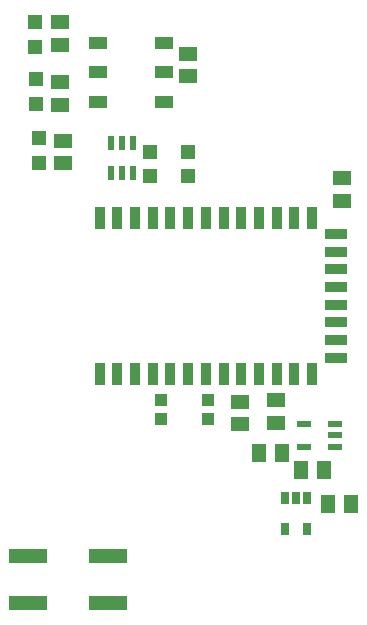
<source format=gbr>
G04 EAGLE Gerber RS-274X export*
G75*
%MOMM*%
%FSLAX34Y34*%
%LPD*%
%INSolderpaste Top*%
%IPPOS*%
%AMOC8*
5,1,8,0,0,1.08239X$1,22.5*%
G01*
%ADD10R,0.900000X1.900000*%
%ADD11R,1.900000X0.900000*%
%ADD12R,1.500000X1.300000*%
%ADD13R,1.200000X0.550000*%
%ADD14R,1.000000X1.000000*%
%ADD15R,1.200000X1.200000*%
%ADD16R,1.300000X1.500000*%
%ADD17R,0.550000X1.200000*%
%ADD18R,1.300000X1.200000*%
%ADD19R,1.500000X1.000000*%
%ADD20R,3.200000X1.200000*%
%ADD21R,0.690000X0.990000*%


D10*
X96470Y205780D03*
X81470Y205780D03*
X111470Y205780D03*
X126470Y205780D03*
X141470Y205780D03*
X156470Y205780D03*
X171470Y205780D03*
X186470Y205780D03*
D11*
X281470Y219280D03*
D10*
X201470Y205780D03*
X216470Y205780D03*
X231470Y205780D03*
X246470Y205780D03*
X261470Y205780D03*
X246470Y337780D03*
X231470Y337780D03*
X216470Y337780D03*
X201470Y337780D03*
X186470Y337780D03*
X171470Y337780D03*
X156470Y337780D03*
X141470Y337780D03*
X126470Y337780D03*
X111470Y337780D03*
X96470Y337780D03*
X81470Y337780D03*
X261470Y337780D03*
D11*
X281470Y234280D03*
X281470Y249280D03*
X281470Y264280D03*
X281470Y279280D03*
X281470Y294280D03*
X281470Y309280D03*
X281470Y324280D03*
D12*
X231140Y164490D03*
X231140Y183490D03*
D13*
X280971Y144170D03*
X280971Y153670D03*
X280971Y163170D03*
X254969Y163170D03*
X254969Y144170D03*
D14*
X133670Y167260D03*
X133670Y183260D03*
X173670Y183260D03*
X173670Y167260D03*
D15*
X30480Y384470D03*
X30480Y405470D03*
D12*
X50800Y403200D03*
X50800Y384200D03*
X200660Y182220D03*
X200660Y163220D03*
D16*
X235560Y138430D03*
X216560Y138430D03*
X293980Y95250D03*
X274980Y95250D03*
D12*
X48260Y433730D03*
X48260Y452730D03*
D15*
X27940Y455000D03*
X27940Y434000D03*
D12*
X48260Y503530D03*
X48260Y484530D03*
D15*
X26670Y482260D03*
X26670Y503260D03*
D17*
X90830Y375620D03*
X100330Y375620D03*
X109830Y375620D03*
X109830Y401620D03*
X100330Y401620D03*
X90830Y401620D03*
D18*
X124460Y393700D03*
X124460Y373380D03*
D12*
X287020Y352450D03*
X287020Y371450D03*
D19*
X79950Y436010D03*
X79950Y461010D03*
X79950Y486010D03*
X135950Y486010D03*
X135950Y461010D03*
X135950Y436010D03*
D18*
X156210Y373380D03*
X156210Y393700D03*
D20*
X88610Y11750D03*
X20610Y11750D03*
X20610Y51750D03*
X88610Y51750D03*
D16*
X271120Y124460D03*
X252120Y124460D03*
D12*
X156210Y457860D03*
X156210Y476860D03*
D21*
X257150Y100530D03*
X247650Y100530D03*
X238150Y100530D03*
X238150Y74630D03*
X257150Y74630D03*
M02*

</source>
